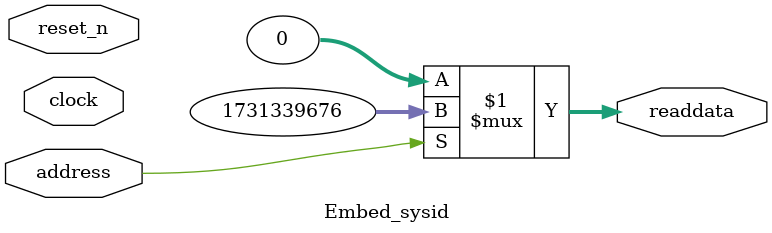
<source format=v>



// synthesis translate_off
`timescale 1ns / 1ps
// synthesis translate_on

// turn off superfluous verilog processor warnings 
// altera message_level Level1 
// altera message_off 10034 10035 10036 10037 10230 10240 10030 

module Embed_sysid (
               // inputs:
                address,
                clock,
                reset_n,

               // outputs:
                readdata
             )
;

  output  [ 31: 0] readdata;
  input            address;
  input            clock;
  input            reset_n;

  wire    [ 31: 0] readdata;
  //control_slave, which is an e_avalon_slave
  assign readdata = address ? 1731339676 : 0;

endmodule



</source>
